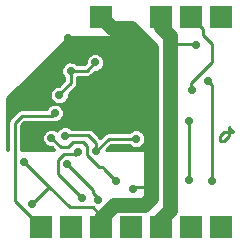
<source format=gbl>
G04 (created by PCBNEW (2013-jul-07)-stable) date Sun 10 Jul 2016 10:25:08 PM EDT*
%MOIN*%
G04 Gerber Fmt 3.4, Leading zero omitted, Abs format*
%FSLAX34Y34*%
G01*
G70*
G90*
G04 APERTURE LIST*
%ADD10C,0.00590551*%
%ADD11R,0.075X0.075*%
%ADD12C,0.029*%
%ADD13C,0.01*%
%ADD14C,0.05*%
%ADD15C,0.011*%
G04 APERTURE END LIST*
G54D10*
G54D11*
X21500Y-12100D03*
X21500Y-19100D03*
X17500Y-12100D03*
X15500Y-19100D03*
X19500Y-19100D03*
X17500Y-19100D03*
X19500Y-12100D03*
X20500Y-12100D03*
X20500Y-19100D03*
X18500Y-19100D03*
X16500Y-19100D03*
G54D12*
X15854Y-16142D03*
X18018Y-17582D03*
X20655Y-13050D03*
X16116Y-14704D03*
X16313Y-16056D03*
X16494Y-13896D03*
X17302Y-13616D03*
X18666Y-16160D03*
X17349Y-16575D03*
X16174Y-13678D03*
X15500Y-14100D03*
X16400Y-12800D03*
X15204Y-18330D03*
X15276Y-16194D03*
X20454Y-15561D03*
X20440Y-17521D03*
X14938Y-16926D03*
X18571Y-17850D03*
X18329Y-13316D03*
X17496Y-14883D03*
X17817Y-15210D03*
X17169Y-15204D03*
X17193Y-14576D03*
X17820Y-14585D03*
X15956Y-15308D03*
X20522Y-14520D03*
X21218Y-17568D03*
X21075Y-14220D03*
X16739Y-16598D03*
X16878Y-18150D03*
X16356Y-17004D03*
X17390Y-18202D03*
G54D13*
X21760Y-15783D02*
X21760Y-16081D01*
X21760Y-16081D02*
X21610Y-16231D01*
X21610Y-16231D02*
X21460Y-16231D01*
X21460Y-16231D02*
X21460Y-16081D01*
X21460Y-16081D02*
X21610Y-15931D01*
X21610Y-15931D02*
X21910Y-15931D01*
X21908Y-15931D02*
X21760Y-15783D01*
G54D14*
X19500Y-19100D02*
X19500Y-18840D01*
X19796Y-18302D02*
X19796Y-12747D01*
X19796Y-18544D02*
X19796Y-18302D01*
X19500Y-18840D02*
X19796Y-18544D01*
G54D13*
X16388Y-16446D02*
X16184Y-16446D01*
X16558Y-16276D02*
X16388Y-16446D01*
X16920Y-16276D02*
X16558Y-16276D01*
X17040Y-16396D02*
X16920Y-16276D01*
X17040Y-16694D02*
X17040Y-16396D01*
X17447Y-17101D02*
X17040Y-16694D01*
X17551Y-17101D02*
X17595Y-17145D01*
X17447Y-17101D02*
X17551Y-17101D01*
X16158Y-16446D02*
X15854Y-16142D01*
X16184Y-16446D02*
X16158Y-16446D01*
X17595Y-17159D02*
X17595Y-17145D01*
X18018Y-17582D02*
X17595Y-17159D01*
X20655Y-13050D02*
X20598Y-12993D01*
X20598Y-12993D02*
X19796Y-12993D01*
X19796Y-12993D02*
X19796Y-12747D01*
G54D14*
X19500Y-12100D02*
X19500Y-12451D01*
X19500Y-12451D02*
X19796Y-12747D01*
X19796Y-12747D02*
X19796Y-12747D01*
G54D13*
X19619Y-12100D02*
X19500Y-12100D01*
X16494Y-14305D02*
X16116Y-14683D01*
X16116Y-14683D02*
X16116Y-14704D01*
X16313Y-16056D02*
X16331Y-16038D01*
X16331Y-16038D02*
X17078Y-16038D01*
X17078Y-16038D02*
X17349Y-16309D01*
X17349Y-16309D02*
X17349Y-16575D01*
X16494Y-13896D02*
X16494Y-14305D01*
X17022Y-13896D02*
X16494Y-13896D01*
X17302Y-13616D02*
X17022Y-13896D01*
X17764Y-16160D02*
X18666Y-16160D01*
X17349Y-16575D02*
X17764Y-16160D01*
G54D14*
X19170Y-18131D02*
X18941Y-18360D01*
X19170Y-17780D02*
X19170Y-18131D01*
X17500Y-18802D02*
X17500Y-19100D01*
X17942Y-18360D02*
X17500Y-18802D01*
X18941Y-18360D02*
X17942Y-18360D01*
G54D13*
X17233Y-18452D02*
X17500Y-18719D01*
X15783Y-17771D02*
X16464Y-18452D01*
X17131Y-18452D02*
X17233Y-18452D01*
X17131Y-18452D02*
X16464Y-18452D01*
X17500Y-18719D02*
X17500Y-18905D01*
X17500Y-18905D02*
X17500Y-19100D01*
X15524Y-14076D02*
X15776Y-14076D01*
X15776Y-14076D02*
X16174Y-13678D01*
X15300Y-14200D02*
X15400Y-14200D01*
X15400Y-14200D02*
X15524Y-14076D01*
X15524Y-14076D02*
X15500Y-14100D01*
X15300Y-14322D02*
X15300Y-14200D01*
X15300Y-14200D02*
X15300Y-13900D01*
X15300Y-13900D02*
X16400Y-12800D01*
X16974Y-15399D02*
X16767Y-15399D01*
X16767Y-15399D02*
X16368Y-15000D01*
X16368Y-15000D02*
X15978Y-15000D01*
X15978Y-15000D02*
X15300Y-14322D01*
X15300Y-14322D02*
X15300Y-14322D01*
X15762Y-17771D02*
X15783Y-17771D01*
X15204Y-18330D02*
X15762Y-17771D01*
X15276Y-16194D02*
X15729Y-15741D01*
X15729Y-15741D02*
X16632Y-15741D01*
X16632Y-15741D02*
X16974Y-15399D01*
X16974Y-15399D02*
X17169Y-15204D01*
X18571Y-17850D02*
X18641Y-17780D01*
X17817Y-15210D02*
X18327Y-15720D01*
X18327Y-15720D02*
X19170Y-15720D01*
X19170Y-15060D02*
X18295Y-15060D01*
X18295Y-15060D02*
X17820Y-14585D01*
X20454Y-15561D02*
X20440Y-15575D01*
X20440Y-15575D02*
X20440Y-17521D01*
G54D14*
X19170Y-17780D02*
X19170Y-15720D01*
X19170Y-15720D02*
X19170Y-15060D01*
X19170Y-15060D02*
X19170Y-13131D01*
X19170Y-13131D02*
X18518Y-12479D01*
X18518Y-12479D02*
X17879Y-12479D01*
X17879Y-12479D02*
X17500Y-12100D01*
X17500Y-19100D02*
X17500Y-18905D01*
G54D13*
X14938Y-16926D02*
X15783Y-17771D01*
X18329Y-13316D02*
X18329Y-12929D01*
X18329Y-12929D02*
X17500Y-12100D01*
X17817Y-14589D02*
X17817Y-13512D01*
X17817Y-13512D02*
X18013Y-13316D01*
X18013Y-13316D02*
X18329Y-13316D01*
X17817Y-15210D02*
X17817Y-14589D01*
X17817Y-14589D02*
X17817Y-14588D01*
X17817Y-14588D02*
X17522Y-14883D01*
X17522Y-14883D02*
X17496Y-14883D01*
X17169Y-15204D02*
X17811Y-15204D01*
X17811Y-15204D02*
X17817Y-15210D01*
X17193Y-14576D02*
X17193Y-15180D01*
X17193Y-15180D02*
X17169Y-15204D01*
X17190Y-14576D02*
X17193Y-14576D01*
X17193Y-14576D02*
X17811Y-14576D01*
X17811Y-14576D02*
X17820Y-14585D01*
X18641Y-17780D02*
X19170Y-17780D01*
X15956Y-15308D02*
X15865Y-15399D01*
X15865Y-15399D02*
X15747Y-15399D01*
X15747Y-15399D02*
X15741Y-15399D01*
X15741Y-15399D02*
X14855Y-15399D01*
X14855Y-15399D02*
X14625Y-15629D01*
X14625Y-15629D02*
X14625Y-18225D01*
X14625Y-18225D02*
X15500Y-19100D01*
X20500Y-14400D02*
X20522Y-14422D01*
X20900Y-12500D02*
X20900Y-12700D01*
X20900Y-12700D02*
X21200Y-13000D01*
X21200Y-13000D02*
X21200Y-13600D01*
X21200Y-13600D02*
X20500Y-14300D01*
X20500Y-14300D02*
X20500Y-14400D01*
X20500Y-12100D02*
X20900Y-12500D01*
X20522Y-14422D02*
X20522Y-14520D01*
X21218Y-17568D02*
X21218Y-14363D01*
X21218Y-14363D02*
X21075Y-14220D01*
X16601Y-17873D02*
X16056Y-17328D01*
X16682Y-16655D02*
X16739Y-16598D01*
X16281Y-16655D02*
X16682Y-16655D01*
X16056Y-16880D02*
X16281Y-16655D01*
X16056Y-17328D02*
X16056Y-16880D01*
X16739Y-16598D02*
X16624Y-16713D01*
X16624Y-17896D02*
X16601Y-17873D01*
X16601Y-17873D02*
X16878Y-18150D01*
X16356Y-17004D02*
X17231Y-17879D01*
X17231Y-17879D02*
X17231Y-17982D01*
X17390Y-18141D02*
X17231Y-17982D01*
X17390Y-18202D02*
X17390Y-18141D01*
G54D10*
G36*
X19144Y-13122D02*
X19046Y-16545D01*
X17683Y-16545D01*
X17853Y-16375D01*
X18442Y-16375D01*
X18490Y-16422D01*
X18604Y-16469D01*
X18727Y-16470D01*
X18841Y-16422D01*
X18928Y-16335D01*
X18975Y-16221D01*
X18976Y-16098D01*
X18928Y-15984D01*
X18841Y-15897D01*
X18727Y-15850D01*
X18604Y-15849D01*
X18490Y-15897D01*
X18442Y-15945D01*
X17764Y-15945D01*
X17681Y-15961D01*
X17611Y-16007D01*
X17482Y-16137D01*
X17230Y-15885D01*
X17160Y-15839D01*
X17078Y-15823D01*
X16518Y-15823D01*
X16488Y-15793D01*
X16374Y-15746D01*
X16251Y-15745D01*
X16137Y-15793D01*
X16050Y-15880D01*
X16044Y-15894D01*
X16029Y-15879D01*
X15915Y-15832D01*
X15792Y-15831D01*
X15678Y-15879D01*
X15591Y-15966D01*
X15544Y-16080D01*
X15543Y-16203D01*
X15591Y-16317D01*
X15678Y-16404D01*
X15792Y-16451D01*
X15859Y-16452D01*
X15952Y-16545D01*
X14840Y-16545D01*
X14840Y-15718D01*
X14944Y-15614D01*
X15741Y-15614D01*
X15747Y-15614D01*
X15865Y-15614D01*
X15878Y-15611D01*
X15878Y-15611D01*
X15894Y-15617D01*
X16017Y-15618D01*
X16131Y-15570D01*
X16218Y-15483D01*
X16265Y-15369D01*
X16266Y-15246D01*
X16218Y-15132D01*
X16131Y-15045D01*
X16056Y-15013D01*
X16177Y-15014D01*
X16291Y-14966D01*
X16378Y-14879D01*
X16425Y-14765D01*
X16426Y-14677D01*
X16646Y-14457D01*
X16646Y-14457D01*
X16692Y-14387D01*
X16692Y-14387D01*
X16692Y-14387D01*
X16708Y-14305D01*
X16709Y-14305D01*
X16709Y-14119D01*
X16717Y-14111D01*
X17022Y-14111D01*
X17104Y-14094D01*
X17104Y-14094D01*
X17174Y-14048D01*
X17296Y-13925D01*
X17363Y-13926D01*
X17477Y-13878D01*
X17564Y-13791D01*
X17611Y-13677D01*
X17612Y-13554D01*
X17564Y-13440D01*
X17477Y-13353D01*
X17363Y-13306D01*
X17240Y-13305D01*
X17126Y-13353D01*
X17039Y-13440D01*
X16992Y-13554D01*
X16991Y-13621D01*
X16932Y-13681D01*
X16717Y-13681D01*
X16669Y-13633D01*
X16555Y-13586D01*
X16432Y-13585D01*
X16318Y-13633D01*
X16231Y-13720D01*
X16184Y-13834D01*
X16183Y-13957D01*
X16231Y-14071D01*
X16279Y-14119D01*
X16279Y-14215D01*
X16100Y-14393D01*
X16054Y-14393D01*
X15940Y-14441D01*
X15853Y-14528D01*
X15806Y-14642D01*
X15805Y-14765D01*
X15853Y-14879D01*
X15940Y-14966D01*
X16015Y-14998D01*
X15894Y-14997D01*
X15780Y-15045D01*
X15693Y-15132D01*
X15671Y-15184D01*
X14855Y-15184D01*
X14772Y-15200D01*
X14702Y-15246D01*
X14472Y-15476D01*
X14426Y-15546D01*
X14410Y-15629D01*
X14410Y-16545D01*
X14384Y-16545D01*
X14384Y-14793D01*
X14538Y-14638D01*
X16422Y-12755D01*
X18777Y-12755D01*
X19144Y-13122D01*
X19144Y-13122D01*
G37*
G54D15*
X19144Y-13122D02*
X19046Y-16545D01*
X17683Y-16545D01*
X17853Y-16375D01*
X18442Y-16375D01*
X18490Y-16422D01*
X18604Y-16469D01*
X18727Y-16470D01*
X18841Y-16422D01*
X18928Y-16335D01*
X18975Y-16221D01*
X18976Y-16098D01*
X18928Y-15984D01*
X18841Y-15897D01*
X18727Y-15850D01*
X18604Y-15849D01*
X18490Y-15897D01*
X18442Y-15945D01*
X17764Y-15945D01*
X17681Y-15961D01*
X17611Y-16007D01*
X17482Y-16137D01*
X17230Y-15885D01*
X17160Y-15839D01*
X17078Y-15823D01*
X16518Y-15823D01*
X16488Y-15793D01*
X16374Y-15746D01*
X16251Y-15745D01*
X16137Y-15793D01*
X16050Y-15880D01*
X16044Y-15894D01*
X16029Y-15879D01*
X15915Y-15832D01*
X15792Y-15831D01*
X15678Y-15879D01*
X15591Y-15966D01*
X15544Y-16080D01*
X15543Y-16203D01*
X15591Y-16317D01*
X15678Y-16404D01*
X15792Y-16451D01*
X15859Y-16452D01*
X15952Y-16545D01*
X14840Y-16545D01*
X14840Y-15718D01*
X14944Y-15614D01*
X15741Y-15614D01*
X15747Y-15614D01*
X15865Y-15614D01*
X15878Y-15611D01*
X15878Y-15611D01*
X15894Y-15617D01*
X16017Y-15618D01*
X16131Y-15570D01*
X16218Y-15483D01*
X16265Y-15369D01*
X16266Y-15246D01*
X16218Y-15132D01*
X16131Y-15045D01*
X16056Y-15013D01*
X16177Y-15014D01*
X16291Y-14966D01*
X16378Y-14879D01*
X16425Y-14765D01*
X16426Y-14677D01*
X16646Y-14457D01*
X16646Y-14457D01*
X16692Y-14387D01*
X16692Y-14387D01*
X16692Y-14387D01*
X16708Y-14305D01*
X16709Y-14305D01*
X16709Y-14119D01*
X16717Y-14111D01*
X17022Y-14111D01*
X17104Y-14094D01*
X17104Y-14094D01*
X17174Y-14048D01*
X17296Y-13925D01*
X17363Y-13926D01*
X17477Y-13878D01*
X17564Y-13791D01*
X17611Y-13677D01*
X17612Y-13554D01*
X17564Y-13440D01*
X17477Y-13353D01*
X17363Y-13306D01*
X17240Y-13305D01*
X17126Y-13353D01*
X17039Y-13440D01*
X16992Y-13554D01*
X16991Y-13621D01*
X16932Y-13681D01*
X16717Y-13681D01*
X16669Y-13633D01*
X16555Y-13586D01*
X16432Y-13585D01*
X16318Y-13633D01*
X16231Y-13720D01*
X16184Y-13834D01*
X16183Y-13957D01*
X16231Y-14071D01*
X16279Y-14119D01*
X16279Y-14215D01*
X16100Y-14393D01*
X16054Y-14393D01*
X15940Y-14441D01*
X15853Y-14528D01*
X15806Y-14642D01*
X15805Y-14765D01*
X15853Y-14879D01*
X15940Y-14966D01*
X16015Y-14998D01*
X15894Y-14997D01*
X15780Y-15045D01*
X15693Y-15132D01*
X15671Y-15184D01*
X14855Y-15184D01*
X14772Y-15200D01*
X14702Y-15246D01*
X14472Y-15476D01*
X14426Y-15546D01*
X14410Y-15629D01*
X14410Y-16545D01*
X14384Y-16545D01*
X14384Y-14793D01*
X14538Y-14638D01*
X16422Y-12755D01*
X18777Y-12755D01*
X19144Y-13122D01*
M02*

</source>
